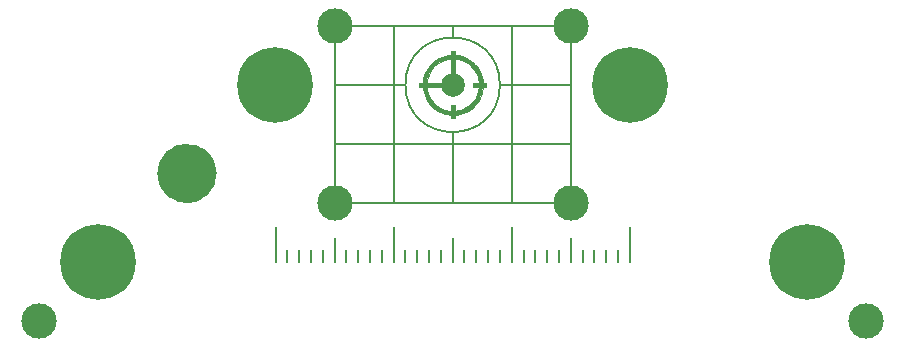
<source format=gts>
G04 #@! TF.GenerationSoftware,KiCad,Pcbnew,(5.1.12-1-10_14)*
G04 #@! TF.CreationDate,2022-01-17T12:40:03-05:00*
G04 #@! TF.ProjectId,datum,64617475-6d2e-46b6-9963-61645f706362,rev?*
G04 #@! TF.SameCoordinates,Original*
G04 #@! TF.FileFunction,Soldermask,Top*
G04 #@! TF.FilePolarity,Negative*
%FSLAX46Y46*%
G04 Gerber Fmt 4.6, Leading zero omitted, Abs format (unit mm)*
G04 Created by KiCad (PCBNEW (5.1.12-1-10_14)) date 2022-01-17 12:40:03*
%MOMM*%
%LPD*%
G01*
G04 APERTURE LIST*
%ADD10C,2.500000*%
%ADD11C,0.150000*%
%ADD12C,0.010000*%
%ADD13C,3.000000*%
%ADD14C,2.000000*%
%ADD15C,6.400000*%
%ADD16C,0.800000*%
G04 APERTURE END LIST*
D10*
X18750000Y17500000D02*
G75*
G03*
X18750000Y17500000I-1250000J0D01*
G01*
D11*
X40000000Y30000000D02*
X40000000Y29000000D01*
X40000000Y15000000D02*
X40000000Y21000000D01*
X36000000Y25000000D02*
X30000000Y25000000D01*
X44000000Y25000000D02*
X50000000Y25000000D01*
X44000000Y25000000D02*
G75*
G03*
X44000000Y25000000I-4000000J0D01*
G01*
X35000000Y30000000D02*
X35000000Y15000000D01*
X45000000Y15000000D02*
X45000000Y30000000D01*
X30000000Y20000000D02*
X50000000Y20000000D01*
X30000000Y30000000D02*
X30000000Y15000000D01*
X50000000Y30000000D02*
X30000000Y30000000D01*
X50000000Y15000000D02*
X50000000Y30000000D01*
X30000000Y15000000D02*
X50000000Y15000000D01*
X50000240Y10000500D02*
X50000240Y12000500D01*
X55000240Y10000500D02*
X55000240Y13000500D01*
X52000240Y10000500D02*
X52000240Y11000500D01*
X48000240Y10000500D02*
X48000240Y11000500D01*
X49000240Y10000500D02*
X49000240Y11000500D01*
X53000240Y10000500D02*
X53000240Y11000500D01*
X54000240Y10000500D02*
X54000240Y11000500D01*
X51000240Y10000500D02*
X51000240Y11000500D01*
X46000240Y10000500D02*
X46000240Y11000500D01*
X47000240Y10000500D02*
X47000240Y11000500D01*
X45000240Y10000500D02*
X45000240Y13000500D01*
X44000240Y10000500D02*
X44000240Y11000500D01*
X43000240Y10000500D02*
X43000240Y11000500D01*
X42000240Y10000500D02*
X42000240Y11000500D01*
X41000240Y10000500D02*
X41000240Y11000500D01*
X40000240Y10000500D02*
X40000240Y12000500D01*
X39000240Y10000500D02*
X39000240Y11000500D01*
X38000240Y10000500D02*
X38000240Y11000500D01*
X37000240Y10000500D02*
X37000240Y11000500D01*
X36000240Y10000500D02*
X36000240Y11000500D01*
X35000240Y10000500D02*
X35000240Y13000500D01*
X34000240Y10000500D02*
X34000240Y11000500D01*
X33000240Y10000500D02*
X33000240Y11000500D01*
X32000240Y10000500D02*
X32000240Y11000500D01*
X31000240Y10000500D02*
X31000240Y11000500D01*
X30000240Y10000500D02*
X30000240Y12000500D01*
X29000240Y10000500D02*
X29000240Y11000500D01*
X28000240Y10000500D02*
X28000240Y11000500D01*
X27000240Y10000500D02*
X27000240Y11000500D01*
X26000240Y10000500D02*
X26000240Y11000500D01*
X25000240Y13000500D02*
X25000240Y13000500D01*
X25000240Y10000500D02*
X25000240Y13000500D01*
D12*
G36*
X40172439Y25342195D02*
G01*
X40176389Y25162278D01*
X40356305Y25158329D01*
X40536222Y25154379D01*
X40536222Y24831510D01*
X40356305Y24827561D01*
X40176389Y24823611D01*
X40172439Y24643695D01*
X40168490Y24463778D01*
X39845621Y24463778D01*
X39841671Y24643695D01*
X39837722Y24823611D01*
X39657805Y24827561D01*
X39477889Y24831510D01*
X39477889Y25154379D01*
X39657805Y25158329D01*
X39837722Y25162278D01*
X39841671Y25342195D01*
X39845621Y25522111D01*
X40168490Y25522111D01*
X40172439Y25342195D01*
G37*
X40172439Y25342195D02*
X40176389Y25162278D01*
X40356305Y25158329D01*
X40536222Y25154379D01*
X40536222Y24831510D01*
X40356305Y24827561D01*
X40176389Y24823611D01*
X40172439Y24643695D01*
X40168490Y24463778D01*
X39845621Y24463778D01*
X39841671Y24643695D01*
X39837722Y24823611D01*
X39657805Y24827561D01*
X39477889Y24831510D01*
X39477889Y25154379D01*
X39657805Y25158329D01*
X39837722Y25162278D01*
X39841671Y25342195D01*
X39845621Y25522111D01*
X40168490Y25522111D01*
X40172439Y25342195D01*
G36*
X40169333Y27543898D02*
G01*
X40263869Y27534212D01*
X40522960Y27493539D01*
X40778270Y27424972D01*
X41029979Y27328460D01*
X41150055Y27271950D01*
X41292674Y27196349D01*
X41419534Y27118738D01*
X41537813Y27033871D01*
X41654691Y26936508D01*
X41777345Y26821403D01*
X41806554Y26792443D01*
X41926386Y26667492D01*
X42027294Y26549938D01*
X42114522Y26432602D01*
X42193312Y26308306D01*
X42268909Y26169870D01*
X42286061Y26135945D01*
X42396061Y25885908D01*
X42478089Y25632356D01*
X42532199Y25375109D01*
X42548323Y25249759D01*
X42558008Y25155222D01*
X42850444Y25155222D01*
X42850444Y24830667D01*
X42557399Y24830667D01*
X42547535Y24735417D01*
X42507659Y24478991D01*
X42441477Y24228967D01*
X42348236Y23982792D01*
X42286061Y23849945D01*
X42210460Y23707326D01*
X42132848Y23580466D01*
X42047982Y23462187D01*
X41950619Y23345309D01*
X41835514Y23222655D01*
X41806554Y23193446D01*
X41681603Y23073614D01*
X41564049Y22972706D01*
X41446713Y22885478D01*
X41322416Y22806688D01*
X41183980Y22731091D01*
X41150055Y22713939D01*
X40900019Y22603939D01*
X40646466Y22521911D01*
X40389220Y22467801D01*
X40263869Y22451677D01*
X40169333Y22441992D01*
X40169333Y22149556D01*
X39844778Y22149556D01*
X39844778Y22441992D01*
X39750241Y22451677D01*
X39491151Y22492351D01*
X39235840Y22560917D01*
X38984132Y22657430D01*
X38864055Y22713939D01*
X38721437Y22789540D01*
X38594577Y22867152D01*
X38476298Y22952018D01*
X38359420Y23049381D01*
X38236765Y23164486D01*
X38207557Y23193446D01*
X38087725Y23318397D01*
X37986817Y23435951D01*
X37899589Y23553287D01*
X37820798Y23677584D01*
X37745202Y23816020D01*
X37728050Y23849945D01*
X37618050Y24099981D01*
X37536021Y24353534D01*
X37481912Y24610780D01*
X37465788Y24736131D01*
X37456102Y24830667D01*
X37163667Y24830667D01*
X37163667Y25155222D01*
X37456102Y25155222D01*
X37794769Y25155222D01*
X39209778Y25155222D01*
X39209778Y24830667D01*
X37794769Y24830667D01*
X37804476Y24735417D01*
X37840361Y24515687D01*
X37902406Y24295433D01*
X37988889Y24078525D01*
X38098093Y23868835D01*
X38228296Y23670234D01*
X38340199Y23529142D01*
X38493404Y23371179D01*
X38668050Y23226623D01*
X38859457Y23098196D01*
X39062945Y22988617D01*
X39273835Y22900610D01*
X39487446Y22836894D01*
X39556532Y22821898D01*
X39629763Y22807671D01*
X39682120Y22798075D01*
X39720380Y22792090D01*
X39751318Y22788697D01*
X39781713Y22786875D01*
X39791861Y22786477D01*
X39844778Y22784556D01*
X39844778Y23278445D01*
X40169333Y23278445D01*
X40169333Y22780658D01*
X40264583Y22790365D01*
X40483298Y22826117D01*
X40702090Y22887665D01*
X40916909Y22972886D01*
X41123706Y23079657D01*
X41318431Y23205854D01*
X41497033Y23349355D01*
X41655463Y23508036D01*
X41673912Y23529142D01*
X41818922Y23716730D01*
X41944237Y23918349D01*
X42048139Y24130127D01*
X42128907Y24348192D01*
X42184824Y24568674D01*
X42209635Y24735417D01*
X42219342Y24830667D01*
X41721555Y24830667D01*
X41721555Y25155222D01*
X42219342Y25155222D01*
X42209635Y25250472D01*
X42173749Y25470202D01*
X42111705Y25690456D01*
X42025222Y25907364D01*
X41916018Y26117054D01*
X41785814Y26315655D01*
X41673912Y26456747D01*
X41518331Y26617203D01*
X41342063Y26762747D01*
X41149159Y26891257D01*
X40943669Y27000609D01*
X40729643Y27088681D01*
X40511131Y27153349D01*
X40292182Y27192491D01*
X40264583Y27195524D01*
X40169333Y27205231D01*
X40169333Y25790222D01*
X39844778Y25790222D01*
X39844778Y27205231D01*
X39749528Y27195524D01*
X39530813Y27159772D01*
X39312021Y27098224D01*
X39097202Y27013003D01*
X38890405Y26906233D01*
X38695680Y26780035D01*
X38517078Y26636534D01*
X38358648Y26477853D01*
X38340199Y26456747D01*
X38195189Y26269159D01*
X38069874Y26067540D01*
X37965972Y25855762D01*
X37885204Y25637697D01*
X37829287Y25417216D01*
X37804476Y25250472D01*
X37794769Y25155222D01*
X37456102Y25155222D01*
X37465788Y25249759D01*
X37506461Y25508849D01*
X37575028Y25764160D01*
X37671540Y26015868D01*
X37728050Y26135945D01*
X37803651Y26278563D01*
X37881262Y26405423D01*
X37966129Y26523702D01*
X38063492Y26640580D01*
X38178597Y26763235D01*
X38207557Y26792443D01*
X38332508Y26912275D01*
X38450062Y27013183D01*
X38567398Y27100411D01*
X38691694Y27179202D01*
X38830130Y27254798D01*
X38864055Y27271950D01*
X39114092Y27381950D01*
X39367644Y27463979D01*
X39624891Y27518088D01*
X39750241Y27534212D01*
X39844778Y27543898D01*
X39844778Y27836333D01*
X40169333Y27836333D01*
X40169333Y27543898D01*
G37*
X40169333Y27543898D02*
X40263869Y27534212D01*
X40522960Y27493539D01*
X40778270Y27424972D01*
X41029979Y27328460D01*
X41150055Y27271950D01*
X41292674Y27196349D01*
X41419534Y27118738D01*
X41537813Y27033871D01*
X41654691Y26936508D01*
X41777345Y26821403D01*
X41806554Y26792443D01*
X41926386Y26667492D01*
X42027294Y26549938D01*
X42114522Y26432602D01*
X42193312Y26308306D01*
X42268909Y26169870D01*
X42286061Y26135945D01*
X42396061Y25885908D01*
X42478089Y25632356D01*
X42532199Y25375109D01*
X42548323Y25249759D01*
X42558008Y25155222D01*
X42850444Y25155222D01*
X42850444Y24830667D01*
X42557399Y24830667D01*
X42547535Y24735417D01*
X42507659Y24478991D01*
X42441477Y24228967D01*
X42348236Y23982792D01*
X42286061Y23849945D01*
X42210460Y23707326D01*
X42132848Y23580466D01*
X42047982Y23462187D01*
X41950619Y23345309D01*
X41835514Y23222655D01*
X41806554Y23193446D01*
X41681603Y23073614D01*
X41564049Y22972706D01*
X41446713Y22885478D01*
X41322416Y22806688D01*
X41183980Y22731091D01*
X41150055Y22713939D01*
X40900019Y22603939D01*
X40646466Y22521911D01*
X40389220Y22467801D01*
X40263869Y22451677D01*
X40169333Y22441992D01*
X40169333Y22149556D01*
X39844778Y22149556D01*
X39844778Y22441992D01*
X39750241Y22451677D01*
X39491151Y22492351D01*
X39235840Y22560917D01*
X38984132Y22657430D01*
X38864055Y22713939D01*
X38721437Y22789540D01*
X38594577Y22867152D01*
X38476298Y22952018D01*
X38359420Y23049381D01*
X38236765Y23164486D01*
X38207557Y23193446D01*
X38087725Y23318397D01*
X37986817Y23435951D01*
X37899589Y23553287D01*
X37820798Y23677584D01*
X37745202Y23816020D01*
X37728050Y23849945D01*
X37618050Y24099981D01*
X37536021Y24353534D01*
X37481912Y24610780D01*
X37465788Y24736131D01*
X37456102Y24830667D01*
X37163667Y24830667D01*
X37163667Y25155222D01*
X37456102Y25155222D01*
X37794769Y25155222D01*
X39209778Y25155222D01*
X39209778Y24830667D01*
X37794769Y24830667D01*
X37804476Y24735417D01*
X37840361Y24515687D01*
X37902406Y24295433D01*
X37988889Y24078525D01*
X38098093Y23868835D01*
X38228296Y23670234D01*
X38340199Y23529142D01*
X38493404Y23371179D01*
X38668050Y23226623D01*
X38859457Y23098196D01*
X39062945Y22988617D01*
X39273835Y22900610D01*
X39487446Y22836894D01*
X39556532Y22821898D01*
X39629763Y22807671D01*
X39682120Y22798075D01*
X39720380Y22792090D01*
X39751318Y22788697D01*
X39781713Y22786875D01*
X39791861Y22786477D01*
X39844778Y22784556D01*
X39844778Y23278445D01*
X40169333Y23278445D01*
X40169333Y22780658D01*
X40264583Y22790365D01*
X40483298Y22826117D01*
X40702090Y22887665D01*
X40916909Y22972886D01*
X41123706Y23079657D01*
X41318431Y23205854D01*
X41497033Y23349355D01*
X41655463Y23508036D01*
X41673912Y23529142D01*
X41818922Y23716730D01*
X41944237Y23918349D01*
X42048139Y24130127D01*
X42128907Y24348192D01*
X42184824Y24568674D01*
X42209635Y24735417D01*
X42219342Y24830667D01*
X41721555Y24830667D01*
X41721555Y25155222D01*
X42219342Y25155222D01*
X42209635Y25250472D01*
X42173749Y25470202D01*
X42111705Y25690456D01*
X42025222Y25907364D01*
X41916018Y26117054D01*
X41785814Y26315655D01*
X41673912Y26456747D01*
X41518331Y26617203D01*
X41342063Y26762747D01*
X41149159Y26891257D01*
X40943669Y27000609D01*
X40729643Y27088681D01*
X40511131Y27153349D01*
X40292182Y27192491D01*
X40264583Y27195524D01*
X40169333Y27205231D01*
X40169333Y25790222D01*
X39844778Y25790222D01*
X39844778Y27205231D01*
X39749528Y27195524D01*
X39530813Y27159772D01*
X39312021Y27098224D01*
X39097202Y27013003D01*
X38890405Y26906233D01*
X38695680Y26780035D01*
X38517078Y26636534D01*
X38358648Y26477853D01*
X38340199Y26456747D01*
X38195189Y26269159D01*
X38069874Y26067540D01*
X37965972Y25855762D01*
X37885204Y25637697D01*
X37829287Y25417216D01*
X37804476Y25250472D01*
X37794769Y25155222D01*
X37456102Y25155222D01*
X37465788Y25249759D01*
X37506461Y25508849D01*
X37575028Y25764160D01*
X37671540Y26015868D01*
X37728050Y26135945D01*
X37803651Y26278563D01*
X37881262Y26405423D01*
X37966129Y26523702D01*
X38063492Y26640580D01*
X38178597Y26763235D01*
X38207557Y26792443D01*
X38332508Y26912275D01*
X38450062Y27013183D01*
X38567398Y27100411D01*
X38691694Y27179202D01*
X38830130Y27254798D01*
X38864055Y27271950D01*
X39114092Y27381950D01*
X39367644Y27463979D01*
X39624891Y27518088D01*
X39750241Y27534212D01*
X39844778Y27543898D01*
X39844778Y27836333D01*
X40169333Y27836333D01*
X40169333Y27543898D01*
D13*
X75000000Y5000000D03*
X5000000Y5000000D03*
D14*
X40000000Y25000000D03*
D13*
X30000000Y30000000D03*
X50000000Y30000000D03*
X50000000Y15000000D03*
X30000000Y15000000D03*
D15*
X25000000Y25000000D03*
D16*
X27400000Y25000000D03*
X26697056Y23302944D03*
X25000000Y22600000D03*
X23302944Y23302944D03*
X22600000Y25000000D03*
X23302944Y26697056D03*
X25000000Y27400000D03*
X26697056Y26697056D03*
X11697056Y11697056D03*
X10000000Y12400000D03*
X8302944Y11697056D03*
X7600000Y10000000D03*
X8302944Y8302944D03*
X10000000Y7600000D03*
X11697056Y8302944D03*
X12400000Y10000000D03*
D15*
X10000000Y10000000D03*
X70000000Y10000000D03*
D16*
X72400000Y10000000D03*
X71697056Y8302944D03*
X70000000Y7600000D03*
X68302944Y8302944D03*
X67600000Y10000000D03*
X68302944Y11697056D03*
X70000000Y12400000D03*
X71697056Y11697056D03*
X56697056Y26697056D03*
X55000000Y27400000D03*
X53302944Y26697056D03*
X52600000Y25000000D03*
X53302944Y23302944D03*
X55000000Y22600000D03*
X56697056Y23302944D03*
X57400000Y25000000D03*
D15*
X55000000Y25000000D03*
M02*

</source>
